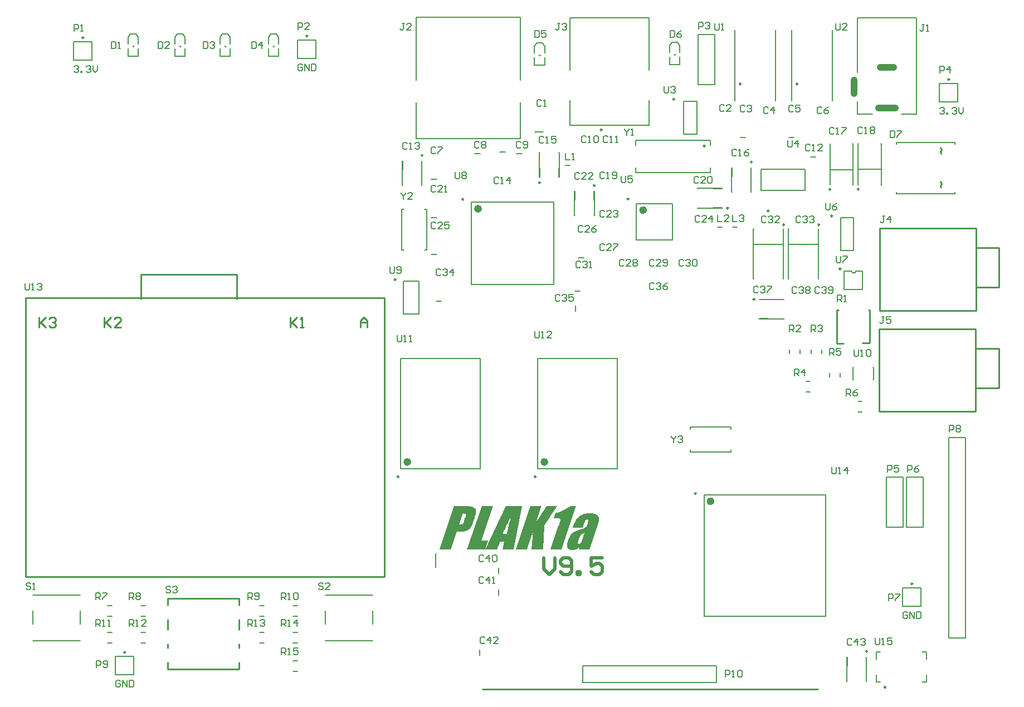
<source format=gto>
G04 Layer_Color=65535*
%FSLAX44Y44*%
%MOMM*%
G71*
G01*
G75*
%ADD45C,0.2540*%
%ADD46C,0.2000*%
%ADD47C,0.1000*%
%ADD48C,1.0000*%
%ADD108C,0.2500*%
%ADD109C,0.6000*%
%ADD110C,0.2032*%
%ADD111C,0.5080*%
G36*
X756839Y208014D02*
X755351Y172000D01*
X737691D01*
X740271Y200176D01*
X730746Y172000D01*
X713682D01*
X736004Y237778D01*
X753069D01*
X744338Y212181D01*
X760807Y237778D01*
X776781D01*
X756839Y208014D01*
D02*
G37*
G36*
X828074Y226765D02*
X828867Y226666D01*
X830653Y226468D01*
X832538Y226170D01*
X834423Y225575D01*
X836209Y224880D01*
X836904Y224384D01*
X837598Y223888D01*
X837697Y223789D01*
X838094Y223392D01*
X838590Y222698D01*
X839185Y221904D01*
X839681Y220812D01*
X840078Y219622D01*
X840376Y218233D01*
X840277Y216646D01*
Y216447D01*
X840178Y216150D01*
X840078Y215753D01*
X839979Y215257D01*
X839880Y214562D01*
X839681Y213768D01*
X839384Y212875D01*
X839086Y211685D01*
X838789Y210494D01*
X838292Y209006D01*
X837896Y207419D01*
X837300Y205633D01*
X836606Y203550D01*
X835911Y201367D01*
X835118Y198986D01*
X825990Y172000D01*
X810017D01*
X811604Y176762D01*
X811505Y176663D01*
X811207Y176266D01*
X810711Y175770D01*
X810017Y175175D01*
X809223Y174480D01*
X808330Y173687D01*
X807338Y172992D01*
X806247Y172397D01*
X806148Y172298D01*
X805751Y172198D01*
X805155Y172000D01*
X804362Y171702D01*
X803469Y171405D01*
X802377Y171206D01*
X801286Y171107D01*
X799996Y171008D01*
X799302D01*
X798508Y171107D01*
X797516Y171306D01*
X796425Y171603D01*
X795234Y172000D01*
X794044Y172595D01*
X792952Y173389D01*
X792853Y173488D01*
X792555Y173885D01*
X792258Y174580D01*
X791960Y175572D01*
X791762Y176266D01*
Y177060D01*
Y177854D01*
Y178846D01*
X791960Y179937D01*
X792159Y181227D01*
X792456Y182516D01*
X792952Y184005D01*
X794441Y188370D01*
Y188469D01*
X794540Y188668D01*
X794639Y188965D01*
X794837Y189362D01*
X795234Y190354D01*
X795829Y191644D01*
X796524Y193033D01*
X797318Y194422D01*
X798211Y195613D01*
X799103Y196605D01*
X799203Y196704D01*
X799699Y197001D01*
X800393Y197498D01*
X800889Y197795D01*
X801485Y198093D01*
X802278Y198490D01*
X803072Y198887D01*
X803965Y199283D01*
X805056Y199779D01*
X806148Y200176D01*
X807437Y200672D01*
X808826Y201268D01*
X810414Y201764D01*
X810513D01*
X810811Y201863D01*
X811307Y202061D01*
X811902Y202260D01*
X812596Y202557D01*
X813390Y202855D01*
X815077Y203450D01*
X816863Y204244D01*
X818450Y204939D01*
X819144Y205236D01*
X819740Y205534D01*
X820137Y205831D01*
X820434Y206030D01*
Y206129D01*
X820633Y206228D01*
X820831Y206526D01*
X821129Y207022D01*
X821426Y207617D01*
X821823Y208411D01*
X822220Y209304D01*
X822617Y210494D01*
Y210594D01*
X822716Y210693D01*
X822815Y211189D01*
X823014Y211883D01*
X823311Y212776D01*
X823510Y213768D01*
X823708Y214661D01*
X823807Y215455D01*
Y216050D01*
Y216150D01*
X823708Y216249D01*
X823510Y216745D01*
X823014Y217142D01*
X822617Y217241D01*
X822121Y217340D01*
X821823D01*
X821228Y217241D01*
X820335Y216844D01*
X819938Y216646D01*
X819641Y216249D01*
Y216150D01*
X819541Y216050D01*
X819343Y215653D01*
X819045Y215157D01*
X818748Y214364D01*
X818351Y213372D01*
X817855Y212181D01*
X817359Y210594D01*
X815474Y205038D01*
X800096D01*
X801286Y208609D01*
Y208709D01*
X801385Y208907D01*
X801485Y209205D01*
X801683Y209601D01*
X802080Y210792D01*
X802675Y212181D01*
X803370Y213669D01*
X804163Y215356D01*
X805056Y216844D01*
X805949Y218233D01*
X806048Y218431D01*
X806445Y218828D01*
X807040Y219424D01*
X807933Y220217D01*
X809025Y221209D01*
X810414Y222201D01*
X812001Y223194D01*
X813787Y224186D01*
X813886D01*
X813985Y224285D01*
X814283Y224483D01*
X814680Y224583D01*
X815176Y224781D01*
X815870Y225079D01*
X817259Y225575D01*
X819144Y225972D01*
X821228Y226468D01*
X823510Y226765D01*
X826089Y226864D01*
X827478D01*
X828074Y226765D01*
D02*
G37*
G36*
X783230Y172000D02*
X766760D01*
X778666Y207220D01*
Y207320D01*
X778765Y207518D01*
X778963Y207915D01*
X779063Y208411D01*
X779559Y209701D01*
X780055Y211288D01*
X780551Y212875D01*
X780948Y214364D01*
X781146Y215058D01*
X781345Y215554D01*
X781444Y216050D01*
Y216447D01*
Y216546D01*
Y216745D01*
X781345Y217340D01*
X781245Y217737D01*
X781047Y218134D01*
X780749Y218531D01*
X780253Y218828D01*
X780154D01*
X779956Y218927D01*
X779559Y219126D01*
X778864Y219225D01*
X777971Y219424D01*
X776682Y219523D01*
X775094Y219622D01*
X771622D01*
X774201Y227162D01*
X774300D01*
X774797Y227261D01*
X775392Y227460D01*
X776285Y227658D01*
X777376Y228055D01*
X778666Y228452D01*
X780154Y228849D01*
X781642Y229444D01*
X783329Y230138D01*
X785115Y230932D01*
X786900Y231726D01*
X788686Y232718D01*
X790472Y233809D01*
X792357Y235000D01*
X794143Y236290D01*
X795829Y237778D01*
X805552D01*
X783230Y172000D01*
D02*
G37*
G36*
X710805D02*
X693343D01*
X696419Y183806D01*
X690168D01*
X685208Y172000D01*
X667548D01*
X698601Y237778D01*
X723305D01*
X710805Y172000D01*
D02*
G37*
G36*
X661298Y185195D02*
X671814D01*
X667349Y172000D01*
X639768D01*
X662091Y237778D01*
X679156D01*
X661298Y185195D01*
D02*
G37*
G36*
X639967Y237679D02*
X641455D01*
X643142Y237480D01*
X644828Y237282D01*
X646515Y236984D01*
X647904Y236587D01*
X648102D01*
X648499Y236389D01*
X649094Y236091D01*
X649789Y235794D01*
X651376Y234802D01*
X652071Y234107D01*
X652567Y233412D01*
X652666Y233313D01*
X652765Y233016D01*
X652964Y232619D01*
X653162Y232024D01*
X653261Y231329D01*
X653361Y230535D01*
X653460Y229543D01*
X653361Y228452D01*
Y228353D01*
X653261Y227857D01*
X653162Y227162D01*
X652964Y226170D01*
X652666Y224880D01*
X652269Y223392D01*
X651674Y221507D01*
X650979Y219324D01*
X648995Y213570D01*
Y213471D01*
X648896Y213272D01*
X648797Y212975D01*
X648598Y212578D01*
X648202Y211486D01*
X647705Y210098D01*
X647011Y208609D01*
X646217Y207121D01*
X645424Y205633D01*
X644531Y204443D01*
X644431Y204343D01*
X644134Y203946D01*
X643638Y203450D01*
X642943Y202855D01*
X642050Y202061D01*
X640959Y201367D01*
X639669Y200672D01*
X638280Y199978D01*
X638082Y199879D01*
X637586Y199779D01*
X636693Y199482D01*
X635602Y199283D01*
X634212Y198986D01*
X632526Y198688D01*
X630740Y198589D01*
X628657Y198490D01*
X623994D01*
X615065Y172000D01*
X598000D01*
X620323Y237778D01*
X639272D01*
X639967Y237679D01*
D02*
G37*
%LPC*%
G36*
X818152Y197597D02*
X818053D01*
X817954Y197498D01*
X817359Y197101D01*
X816565Y196605D01*
X815474Y195910D01*
X814482Y195117D01*
X813390Y194323D01*
X812497Y193529D01*
X811902Y192735D01*
X811803Y192636D01*
X811703Y192339D01*
X811406Y191942D01*
X811108Y191247D01*
X810711Y190453D01*
X810314Y189561D01*
X809818Y188370D01*
X809322Y187080D01*
X809223Y186882D01*
X809124Y186386D01*
X808926Y185691D01*
X808628Y184898D01*
X808429Y183906D01*
X808231Y183112D01*
X808033Y182318D01*
Y181723D01*
X808132Y181524D01*
X808330Y181128D01*
X808529Y180929D01*
X808826Y180731D01*
X809322Y180632D01*
X809818Y180532D01*
X810116D01*
X810711Y180632D01*
X811505Y180929D01*
X812200Y181425D01*
Y181524D01*
X812398Y181624D01*
X812497Y181921D01*
X812795Y182417D01*
X813092Y183112D01*
X813489Y184005D01*
X813886Y185096D01*
X814382Y186485D01*
X818152Y197597D01*
D02*
G37*
G36*
X706638Y223094D02*
X706601Y222959D01*
X706538Y222896D01*
X706439Y222598D01*
X706241Y222301D01*
X705745Y221309D01*
X705149Y220019D01*
X704455Y218431D01*
X703661Y216646D01*
X702669Y214661D01*
X701677Y212578D01*
X700685Y210296D01*
X699594Y208014D01*
X697510Y203450D01*
X696518Y201268D01*
X695625Y199184D01*
X694831Y197200D01*
X694038Y195513D01*
X699891D01*
Y195613D01*
X699990Y196009D01*
X700189Y196605D01*
X700387Y197498D01*
X700586Y198589D01*
X700883Y199879D01*
X701280Y201367D01*
X701677Y203153D01*
X702173Y205038D01*
X702669Y207121D01*
X703165Y209403D01*
X703760Y211883D01*
X704455Y214463D01*
X705149Y217142D01*
X705844Y220118D01*
X706601Y222959D01*
X706638Y222995D01*
Y223094D01*
D02*
G37*
G36*
X634709Y226567D02*
X633518D01*
X627863Y209701D01*
X629549D01*
X629946Y209800D01*
X630542D01*
X631732Y210197D01*
X632327Y210395D01*
X632824Y210792D01*
X632923Y210891D01*
X633022Y210991D01*
X633320Y211387D01*
X633717Y211883D01*
X634113Y212479D01*
X634510Y213372D01*
X634907Y214364D01*
X635403Y215653D01*
X637288Y221110D01*
Y221309D01*
X637486Y221705D01*
X637586Y222201D01*
X637784Y222896D01*
X637883Y223690D01*
Y224384D01*
Y224979D01*
X637685Y225476D01*
Y225575D01*
X637486Y225674D01*
X637288Y225872D01*
X636891Y226071D01*
X636395Y226269D01*
X635602Y226368D01*
X634709Y226567D01*
D02*
G37*
%LPD*%
D45*
X1240790Y485540D02*
X1251820D01*
X1201820Y485140D02*
X1212180D01*
X1249680Y535540D02*
X1251820D01*
X1201820D02*
X1203960D01*
X1251820Y485540D02*
Y535540D01*
X1201820Y485140D02*
Y535540D01*
X293120Y-9960D02*
Y40D01*
Y22040D02*
Y28040D01*
Y50040D02*
Y65040D01*
Y87040D02*
Y97040D01*
X185121Y-9960D02*
Y40D01*
Y22040D02*
Y28040D01*
Y50040D02*
Y65040D01*
Y87040D02*
Y97040D01*
Y-9960D02*
X293120D01*
X185121Y97040D02*
X293120D01*
X1266198Y381456D02*
Y507160D01*
X1412678D01*
Y477470D02*
Y507160D01*
Y477470D02*
X1447678D01*
Y417470D02*
Y477470D01*
X1412678Y417470D02*
X1447678D01*
X1412678D02*
Y485470D01*
Y381456D02*
Y485470D01*
X1266198Y381456D02*
X1412678D01*
X1266548Y535042D02*
Y660504D01*
X1413028D01*
Y630814D02*
Y660504D01*
Y630814D02*
X1448028D01*
Y570814D02*
Y630814D01*
X1413028Y570814D02*
X1448028D01*
X1413028D02*
Y638814D01*
Y535042D02*
Y638814D01*
X1266548Y535042D02*
X1413028D01*
X662800Y-40940D02*
X1172800D01*
X513850Y130310D02*
Y554228D01*
X-31170D02*
X513850D01*
X143830Y552390D02*
Y590290D01*
X196080D02*
X236580D01*
X289830Y552390D02*
Y590290D01*
X-31170Y130290D02*
Y554228D01*
Y130310D02*
X513850D01*
X143830Y590290D02*
X196080D01*
X236580D02*
X289830D01*
X1358679Y731358D02*
X1360856Y727730D01*
X1358679Y724828D01*
X1360130Y721926D01*
X1358679Y783428D02*
X1360856Y779800D01*
X1358679Y776898D01*
X1360130Y773996D01*
X478080Y509270D02*
Y519427D01*
X483158Y524505D01*
X488237Y519427D01*
Y509270D01*
Y516888D01*
X478080D01*
X371400Y524505D02*
Y509270D01*
Y514348D01*
X381557Y524505D01*
X373939Y516888D01*
X381557Y509270D01*
X386635D02*
X391713D01*
X389174D01*
Y524505D01*
X386635Y521966D01*
X88190Y524505D02*
Y509270D01*
Y514348D01*
X98347Y524505D01*
X90729Y516888D01*
X98347Y509270D01*
X113582D02*
X103425D01*
X113582Y519427D01*
Y521966D01*
X111043Y524505D01*
X105964D01*
X103425Y521966D01*
X-10870Y524505D02*
Y509270D01*
Y514348D01*
X-713Y524505D01*
X-8331Y516888D01*
X-713Y509270D01*
X4365Y521966D02*
X6904Y524505D01*
X11983D01*
X14522Y521966D01*
Y519427D01*
X11983Y516888D01*
X9443D01*
X11983D01*
X14522Y514348D01*
Y511809D01*
X11983Y509270D01*
X6904D01*
X4365Y511809D01*
D46*
X1224406Y595024D02*
G03*
X1230406Y595024I3000J0D01*
G01*
X1301720Y85060D02*
Y113060D01*
X1301720Y85060D02*
X1329720D01*
Y113060D01*
X1301720Y113060D02*
X1329720D01*
X1357600Y852140D02*
Y880140D01*
X1357600Y852140D02*
X1385600D01*
Y880140D01*
X1357600Y880140D02*
X1385600D01*
X382240Y918180D02*
Y946180D01*
X382240Y918180D02*
X410240D01*
Y946180D01*
X382240Y946180D02*
X410240D01*
X41880Y915640D02*
Y943640D01*
X41880Y915640D02*
X69880D01*
Y943640D01*
X41880Y943640D02*
X69880D01*
X538940Y294960D02*
X659940D01*
X538940Y461960D02*
X659940D01*
X538940Y294960D02*
Y461960D01*
X659940Y294960D02*
Y461960D01*
X804400Y534480D02*
Y542480D01*
X658800Y11080D02*
Y19080D01*
X687720Y135540D02*
Y143540D01*
Y102520D02*
Y110520D01*
X1268660Y726180D02*
X1269160D01*
X1234160D02*
X1234660D01*
X1234160Y749680D02*
X1269160D01*
X1268660Y789180D02*
X1269160D01*
X1234160D02*
X1234660D01*
X1234160Y726180D02*
Y789180D01*
X1269160Y726180D02*
Y789180D01*
X803720Y564660D02*
X811720D01*
X742800Y806500D02*
X755800D01*
X646320Y574880D02*
X771320D01*
X646320Y699880D02*
X771320D01*
Y574880D02*
Y699880D01*
X646320Y574880D02*
Y699880D01*
X1127978Y636134D02*
X1173978D01*
X1173478Y659134D02*
X1173978D01*
X1127978D02*
X1128478D01*
X1173978Y583134D02*
Y659134D01*
X1127978Y583134D02*
Y659134D01*
Y583134D02*
X1128478D01*
X1173478D02*
X1173978D01*
X1074638Y636134D02*
X1120638D01*
X1120138Y659134D02*
X1120638D01*
X1074638D02*
X1075138D01*
X1120638Y583134D02*
Y659134D01*
X1074638Y583134D02*
Y659134D01*
Y583134D02*
X1075138D01*
X1120138D02*
X1120638D01*
X689580Y776300D02*
X697580D01*
X979020Y354940D02*
Y357940D01*
X1041020Y354940D02*
Y357940D01*
X979020Y319940D02*
Y322940D01*
X1041020Y319940D02*
Y322940D01*
X979020Y357940D02*
X1041020D01*
X979020Y319940D02*
X1041020D01*
X999700Y70060D02*
X1184700D01*
X999700Y255060D02*
X1184700D01*
Y70060D02*
Y255060D01*
X999700Y70060D02*
Y255060D01*
X585440Y734680D02*
X593440D01*
X1277340Y281460D02*
X1302740D01*
Y205260D02*
Y281460D01*
X1277340Y205260D02*
X1302740D01*
X1277340D02*
Y281460D01*
X1397268Y37324D02*
Y323074D01*
Y342124D01*
X1371868D02*
X1397268D01*
X1371868Y37324D02*
Y342124D01*
Y37324D02*
X1397268D01*
X-20160Y102710D02*
X52230D01*
X-20160Y32860D02*
X52230D01*
X-20160Y58260D02*
Y78580D01*
X52230Y58260D02*
Y78580D01*
X1331575Y-30074D02*
X1338324D01*
Y-18824D01*
Y4676D02*
Y15926D01*
X1331575D02*
X1338324D01*
X1261325D02*
X1268074D01*
X1261325Y4676D02*
Y15926D01*
Y-30074D02*
Y-18824D01*
Y-30074D02*
X1268074D01*
X1207298Y626534D02*
Y676534D01*
X1227298Y626534D02*
Y676534D01*
X1207298D02*
X1227298D01*
X1207298Y626534D02*
X1227298D01*
X1240490Y567211D02*
Y595202D01*
X1212499Y567211D02*
Y595202D01*
Y567211D02*
X1240490D01*
X1230406Y595202D02*
X1240490D01*
X1212499D02*
X1224310D01*
X868220Y294960D02*
Y461959D01*
X747220Y294960D02*
Y461959D01*
X868220D01*
X747220Y294960D02*
X868220D01*
X1307820Y205260D02*
Y281460D01*
Y205260D02*
X1333220D01*
Y281460D01*
X1307820D02*
X1333220D01*
X963201Y908900D02*
Y920900D01*
X947200Y908900D02*
Y920900D01*
Y908900D02*
X963201D01*
X951200Y942900D02*
X959200D01*
X963201Y927900D02*
Y937900D01*
X947200D02*
X951200Y942900D01*
X959200D02*
X963201Y937900D01*
X947200Y927900D02*
Y937900D01*
X1155240Y411100D02*
X1161240D01*
X1155240Y427100D02*
X1161240D01*
X1233980Y380620D02*
X1239980D01*
X1233980Y396620D02*
X1239980D01*
X1145920Y469440D02*
Y475440D01*
X1129920Y469440D02*
Y475440D01*
X1178940Y469440D02*
Y475440D01*
X1162940Y469440D02*
Y475440D01*
X1226560Y448420D02*
X1227060D01*
X1226560Y430420D02*
X1227060D01*
X1257060Y448420D02*
X1257560D01*
X1257060Y430420D02*
X1257560D01*
Y448420D01*
X1226560Y430420D02*
Y448420D01*
X1206880Y433880D02*
Y439880D01*
X1190880Y433880D02*
Y439880D01*
X1084218Y551814D02*
X1097718D01*
X1121218D02*
Y552314D01*
X1084218Y522814D02*
X1097718D01*
X1121218Y522314D02*
Y522814D01*
X1084218Y552314D02*
X1121218D01*
X1084218Y522314D02*
X1121218D01*
X592900Y549420D02*
X600900D01*
X542840Y529800D02*
X566840D01*
X542840Y579800D02*
X566840D01*
Y529800D02*
Y579800D01*
X542840Y529800D02*
Y579800D01*
X741779Y927160D02*
Y937160D01*
X753780Y942160D02*
X757780Y937160D01*
X741779D02*
X745780Y942160D01*
X757780Y927160D02*
Y937160D01*
X745780Y942160D02*
X753780D01*
X741779Y908160D02*
X757780D01*
X741779D02*
Y920160D01*
X757780Y908160D02*
Y920160D01*
X714980Y773760D02*
X722980D01*
X585440Y620380D02*
X593440D01*
X585440Y676260D02*
X593440D01*
X651480Y773760D02*
X659480D01*
X808960Y615300D02*
X816960D01*
X750200Y738260D02*
Y751760D01*
X749700Y775260D02*
X750200D01*
X779200Y738260D02*
Y751760D01*
Y775260D02*
X779700D01*
X749700Y738260D02*
Y775260D01*
X779700Y738260D02*
Y775260D01*
X570760Y749220D02*
Y762720D01*
Y725720D02*
X571260D01*
X541760Y749220D02*
Y762720D01*
X541260Y725720D02*
X541760D01*
X571260D02*
Y762720D01*
X541260Y725720D02*
Y762720D01*
X832540Y703340D02*
Y716840D01*
Y679840D02*
X833040D01*
X803540Y703340D02*
Y716840D01*
X803040Y679840D02*
X803540D01*
X833040D02*
Y716840D01*
X803040Y679840D02*
Y716840D01*
X789640Y756020D02*
X795640D01*
X375620Y70581D02*
X381620D01*
X375620Y86580D02*
X381620D01*
X144480Y29940D02*
X150480D01*
X144480Y45940D02*
X150480D01*
X93680Y29940D02*
X99680D01*
X93680Y45940D02*
X99680D01*
X324820Y86580D02*
X330820D01*
X324820Y70580D02*
X330820D01*
X144480Y70581D02*
X150480D01*
X144480Y86580D02*
X150480D01*
X375620Y29941D02*
X381620D01*
X375620Y45940D02*
X381620D01*
X93680Y86580D02*
X99680D01*
X93680Y70580D02*
X99680D01*
X375620Y-13240D02*
X381620D01*
X375620Y2761D02*
X381620D01*
X324820Y29941D02*
X330820D01*
X324820Y45940D02*
X330820D01*
X969200Y803680D02*
X989200D01*
X969200Y853680D02*
X989200D01*
Y803680D02*
Y853680D01*
X969200Y803680D02*
Y853680D01*
X895660Y744960D02*
X1009660D01*
X895660D02*
Y752460D01*
X1009660Y786460D02*
Y793960D01*
X895660D02*
X1009660D01*
X895660Y786460D02*
Y793960D01*
X1009660Y744960D02*
Y752460D01*
X897220Y642900D02*
Y697900D01*
X952220Y642900D02*
Y697900D01*
X897220D02*
X952220D01*
X897220Y642900D02*
X952220D01*
X1013540Y691460D02*
X1027040D01*
X990040Y690960D02*
Y691460D01*
X1013540Y720460D02*
X1027040D01*
X990040D02*
Y720960D01*
Y690960D02*
X1027040D01*
X990040Y720960D02*
X1027040D01*
X1043640Y662040D02*
X1049640D01*
X1020780D02*
X1026780D01*
X1071140Y739060D02*
Y752560D01*
Y715560D02*
X1071640D01*
X1042140Y739060D02*
Y752560D01*
X1041640Y715560D02*
X1042140D01*
X1071640D02*
Y752560D01*
X1041640Y715560D02*
Y752560D01*
X1226140Y726020D02*
Y789020D01*
X1191140Y726020D02*
Y789020D01*
X1191640D01*
X1225640D02*
X1226140D01*
X1191140Y749520D02*
X1226140D01*
X1191140Y726020D02*
X1191640D01*
X1225640D02*
X1226140D01*
X990760Y878680D02*
X1016160D01*
X990760D02*
Y954880D01*
X1016160D01*
Y878680D02*
Y954880D01*
X1246399Y-5160D02*
Y8340D01*
Y-28660D02*
X1246900D01*
X1217400Y-5160D02*
Y8340D01*
X1216899Y-28660D02*
X1217400D01*
X1246900D02*
Y8340D01*
X1216899Y-28660D02*
Y8340D01*
X496730Y58260D02*
Y78580D01*
X424340Y58260D02*
Y78580D01*
Y32860D02*
X496730D01*
X424340Y102710D02*
X496730D01*
X540380Y627320D02*
X543380D01*
X540380Y689320D02*
X543380D01*
X575380Y627320D02*
X578380D01*
X575380Y689320D02*
X578380D01*
X540380Y627320D02*
Y689320D01*
X578380Y627320D02*
Y689320D01*
X591980Y144620D02*
Y166210D01*
X815500Y-5240D02*
X1018700D01*
X815500Y-30640D02*
Y-5240D01*
Y-30640D02*
X1018700D01*
Y-5240D01*
X1086640Y750310D02*
X1153640D01*
X1086640Y717810D02*
X1153640D01*
X1086640D02*
Y750310D01*
X1153640Y717810D02*
Y750310D01*
X1055180Y798340D02*
X1063180D01*
X1128840D02*
X1136840D01*
X562262Y885760D02*
Y980788D01*
Y796892D02*
Y851280D01*
Y796892D02*
X720758D01*
Y851280D01*
Y885760D02*
Y980788D01*
X562262D02*
X720758D01*
X795780Y816640D02*
Y854840D01*
Y816640D02*
X916180D01*
Y854840D01*
Y900840D02*
Y980640D01*
X795780D02*
X916180D01*
X795780Y900840D02*
Y980640D01*
X124240Y940600D02*
Y950600D01*
X136240Y955600D02*
X140240Y950600D01*
X124240D02*
X128240Y955600D01*
X140240Y940600D02*
Y950600D01*
X128240Y955600D02*
X136240D01*
X124240Y921600D02*
X140240D01*
X124240D02*
Y933600D01*
X140240Y921600D02*
Y933600D01*
X353600Y921600D02*
Y933600D01*
X337600Y921600D02*
Y933600D01*
Y921600D02*
X353600D01*
X341600Y955600D02*
X349600D01*
X353600Y940600D02*
Y950600D01*
X337600D02*
X341600Y955600D01*
X349600D02*
X353600Y950600D01*
X337600Y940600D02*
Y950600D01*
X279940Y921600D02*
Y933600D01*
X263940Y921600D02*
Y933600D01*
Y921600D02*
X279940D01*
X267940Y955600D02*
X275940D01*
X279940Y940600D02*
Y950600D01*
X263940D02*
X267940Y955600D01*
X275940D02*
X279940Y950600D01*
X263940Y940600D02*
Y950600D01*
X211360Y921600D02*
Y933600D01*
X195360Y921600D02*
Y933600D01*
Y921600D02*
X211360D01*
X199360Y955600D02*
X207360D01*
X211360Y940600D02*
Y950600D01*
X195360D02*
X199360Y955600D01*
X207360D02*
X211360Y950600D01*
X195360Y940600D02*
Y950600D01*
X1133130Y854450D02*
Y961450D01*
X1194830Y854450D02*
Y961450D01*
X1108470Y854450D02*
Y961450D01*
X1046770Y854450D02*
Y961450D01*
X1299780Y834280D02*
X1322780D01*
Y980281D01*
X1232780D02*
X1322780D01*
X1232780Y834280D02*
X1255780D01*
X1232780D02*
Y853280D01*
Y897280D02*
Y980281D01*
X1018700Y-30640D02*
Y-5240D01*
X815500Y-30640D02*
X1018700D01*
X815500D02*
Y-5240D01*
X1018700D01*
X1161860Y768840D02*
X1169860D01*
X105380Y8920D02*
X133380D01*
X133380Y-19080D02*
Y8920D01*
X105380Y-19080D02*
X133380D01*
X105380Y-19080D02*
Y8920D01*
D47*
X1257810Y452420D02*
G03*
X1257810Y452420I-500J0D01*
G01*
X76900Y106520D02*
X80900D01*
X78900Y104520D02*
Y108520D01*
X953200Y924400D02*
X957200D01*
X955200Y922400D02*
Y926400D01*
X749780Y921660D02*
Y925660D01*
X747780Y923660D02*
X751780D01*
X132240Y935100D02*
Y939100D01*
X130240Y937100D02*
X134240D01*
X343600D02*
X347600D01*
X345600Y935100D02*
Y939100D01*
X269940Y937100D02*
X273940D01*
X271940Y935100D02*
Y939100D01*
X201360Y937100D02*
X205360D01*
X203360Y935100D02*
Y939100D01*
D48*
X1265280Y843280D02*
X1290280D01*
X1227780Y865281D02*
Y885280D01*
X1267780Y905280D02*
X1287780D01*
D108*
X1316970Y119560D02*
G03*
X1316970Y119560I-1250J0D01*
G01*
X1372850Y886640D02*
G03*
X1372850Y886640I-1250J0D01*
G01*
X397490Y952680D02*
G03*
X397490Y952680I-1250J0D01*
G01*
X57130Y950140D02*
G03*
X57130Y950140I-1250J0D01*
G01*
X536190Y282460D02*
G03*
X536190Y282460I-1250J0D01*
G01*
X1235410Y719680D02*
G03*
X1235410Y719680I-1250J0D01*
G01*
X634570Y704380D02*
G03*
X634570Y704380I-1250J0D01*
G01*
X1175228Y665634D02*
G03*
X1175228Y665634I-1250J0D01*
G01*
X1121888D02*
G03*
X1121888Y665634I-1250J0D01*
G01*
X987950Y257060D02*
G03*
X987950Y257060I-1250J0D01*
G01*
X1276074Y-37574D02*
G03*
X1276074Y-37574I-1250J0D01*
G01*
X1195048Y679084D02*
G03*
X1195048Y679084I-1250J0D01*
G01*
X1207831Y598689D02*
G03*
X1207831Y598689I-1250J0D01*
G01*
X744470Y282460D02*
G03*
X744470Y282460I-1250J0D01*
G01*
X1076968Y552314D02*
G03*
X1076968Y552314I-1250J0D01*
G01*
X531590Y582350D02*
G03*
X531590Y582350I-1250J0D01*
G01*
X750950Y729760D02*
G03*
X750950Y729760I-1250J0D01*
G01*
X572510Y771220D02*
G03*
X572510Y771220I-1250J0D01*
G01*
X834290Y725340D02*
G03*
X834290Y725340I-1250J0D01*
G01*
X954950Y856730D02*
G03*
X954950Y856730I-1250J0D01*
G01*
X1001410Y785460D02*
G03*
X1001410Y785460I-1250J0D01*
G01*
X885470Y704900D02*
G03*
X885470Y704900I-1250J0D01*
G01*
X1036790Y690960D02*
G03*
X1036790Y690960I-1250J0D01*
G01*
X1072890Y761060D02*
G03*
X1072890Y761060I-1250J0D01*
G01*
X1192390Y719520D02*
G03*
X1192390Y719520I-1250J0D01*
G01*
X1248150Y16840D02*
G03*
X1248150Y16840I-1250J0D01*
G01*
X1098390Y686810D02*
G03*
X1098390Y686810I-1250J0D01*
G01*
X844730Y810140D02*
G03*
X844730Y810140I-1250J0D01*
G01*
X1142380Y879950D02*
G03*
X1142380Y879950I-1250J0D01*
G01*
X1056020D02*
G03*
X1056020Y879950I-1250J0D01*
G01*
X120630Y15420D02*
G03*
X120630Y15420I-1250J0D01*
G01*
D109*
X551940Y304960D02*
G03*
X551940Y304960I-3000J0D01*
G01*
X659320Y689880D02*
G03*
X659320Y689880I-3000J0D01*
G01*
X1012700Y245060D02*
G03*
X1012700Y245060I-3000J0D01*
G01*
X760220Y304960D02*
G03*
X760220Y304960I-3000J0D01*
G01*
X910220Y687900D02*
G03*
X910220Y687900I-3000J0D01*
G01*
D110*
X1292460Y788000D02*
Y790540D01*
X1381360D01*
Y788000D02*
Y790540D01*
Y713070D02*
Y715610D01*
X1292206Y713070D02*
X1381360D01*
X1292206D02*
Y715610D01*
X113103Y-28780D02*
X111410Y-27087D01*
X108025D01*
X106332Y-28780D01*
Y-35551D01*
X108025Y-37244D01*
X111410D01*
X113103Y-35551D01*
Y-32166D01*
X109718D01*
X116489Y-37244D02*
Y-27087D01*
X123260Y-37244D01*
Y-27087D01*
X126645D02*
Y-37244D01*
X131724D01*
X133417Y-35551D01*
Y-28780D01*
X131724Y-27087D01*
X126645D01*
X76000Y-7460D02*
Y2697D01*
X81078D01*
X82771Y1004D01*
Y-2382D01*
X81078Y-4074D01*
X76000D01*
X86157Y-5767D02*
X87850Y-7460D01*
X91235D01*
X92928Y-5767D01*
Y1004D01*
X91235Y2697D01*
X87850D01*
X86157Y1004D01*
Y-689D01*
X87850Y-2382D01*
X92928D01*
X42832Y905940D02*
X44525Y907633D01*
X47910D01*
X49603Y905940D01*
Y904247D01*
X47910Y902554D01*
X46218D01*
X47910D01*
X49603Y900862D01*
Y899169D01*
X47910Y897476D01*
X44525D01*
X42832Y899169D01*
X52989Y897476D02*
Y899169D01*
X54682D01*
Y897476D01*
X52989D01*
X61453Y905940D02*
X63145Y907633D01*
X66531D01*
X68224Y905940D01*
Y904247D01*
X66531Y902554D01*
X64838D01*
X66531D01*
X68224Y900862D01*
Y899169D01*
X66531Y897476D01*
X63145D01*
X61453Y899169D01*
X71609Y907633D02*
Y900862D01*
X74995Y897476D01*
X78380Y900862D01*
Y907633D01*
X42832Y959706D02*
Y969863D01*
X47910D01*
X49603Y968170D01*
Y964784D01*
X47910Y963092D01*
X42832D01*
X52989Y959706D02*
X56374D01*
X54682D01*
Y969863D01*
X52989Y968170D01*
X1309443Y75360D02*
X1307750Y77053D01*
X1304365D01*
X1302672Y75360D01*
Y68589D01*
X1304365Y66896D01*
X1307750D01*
X1309443Y68589D01*
Y71974D01*
X1306058D01*
X1312829Y66896D02*
Y77053D01*
X1319600Y66896D01*
Y77053D01*
X1322985D02*
Y66896D01*
X1328064D01*
X1329757Y68589D01*
Y75360D01*
X1328064Y77053D01*
X1322985D01*
X1280000Y94000D02*
Y104157D01*
X1285078D01*
X1286771Y102464D01*
Y99078D01*
X1285078Y97386D01*
X1280000D01*
X1290157Y104157D02*
X1296928D01*
Y102464D01*
X1290157Y95693D01*
Y94000D01*
X1358552Y842440D02*
X1360245Y844133D01*
X1363630D01*
X1365323Y842440D01*
Y840747D01*
X1363630Y839054D01*
X1361938D01*
X1363630D01*
X1365323Y837362D01*
Y835669D01*
X1363630Y833976D01*
X1360245D01*
X1358552Y835669D01*
X1368709Y833976D02*
Y835669D01*
X1370401D01*
Y833976D01*
X1368709D01*
X1377173Y842440D02*
X1378865Y844133D01*
X1382251D01*
X1383944Y842440D01*
Y840747D01*
X1382251Y839054D01*
X1380558D01*
X1382251D01*
X1383944Y837362D01*
Y835669D01*
X1382251Y833976D01*
X1378865D01*
X1377173Y835669D01*
X1387329Y844133D02*
Y837362D01*
X1390715Y833976D01*
X1394100Y837362D01*
Y844133D01*
X1358552Y896206D02*
Y906363D01*
X1363630D01*
X1365323Y904670D01*
Y901284D01*
X1363630Y899592D01*
X1358552D01*
X1373787Y896206D02*
Y906363D01*
X1368709Y901284D01*
X1375480D01*
X389963Y908480D02*
X388270Y910173D01*
X384885D01*
X383192Y908480D01*
Y901709D01*
X384885Y900016D01*
X388270D01*
X389963Y901709D01*
Y905094D01*
X386578D01*
X393349Y900016D02*
Y910173D01*
X400120Y900016D01*
Y910173D01*
X403505D02*
Y900016D01*
X408584D01*
X410277Y901709D01*
Y908480D01*
X408584Y910173D01*
X403505D01*
X383192Y962246D02*
Y972403D01*
X388270D01*
X389963Y970710D01*
Y967324D01*
X388270Y965632D01*
X383192D01*
X400120Y962246D02*
X393349D01*
X400120Y969017D01*
Y970710D01*
X398427Y972403D01*
X395042D01*
X393349Y970710D01*
X664537Y128192D02*
X662844Y129885D01*
X659459D01*
X657766Y128192D01*
Y121421D01*
X659459Y119728D01*
X662844D01*
X664537Y121421D01*
X673001Y119728D02*
Y129885D01*
X667923Y124806D01*
X674694D01*
X678079Y119728D02*
X681465D01*
X679772D01*
Y129885D01*
X678079Y128192D01*
X664537Y161212D02*
X662844Y162905D01*
X659459D01*
X657766Y161212D01*
Y154441D01*
X659459Y152748D01*
X662844D01*
X664537Y154441D01*
X673001Y152748D02*
Y162905D01*
X667923Y157826D01*
X674694D01*
X678079Y161212D02*
X679772Y162905D01*
X683158D01*
X684851Y161212D01*
Y154441D01*
X683158Y152748D01*
X679772D01*
X678079Y154441D01*
Y161212D01*
X666569Y36752D02*
X664876Y38445D01*
X661491D01*
X659798Y36752D01*
Y29981D01*
X661491Y28288D01*
X664876D01*
X666569Y29981D01*
X675033Y28288D02*
Y38445D01*
X669955Y33366D01*
X676726D01*
X686883Y28288D02*
X680111D01*
X686883Y35059D01*
Y36752D01*
X685190Y38445D01*
X681804D01*
X680111Y36752D01*
X1240397Y812372D02*
X1238704Y814065D01*
X1235319D01*
X1233626Y812372D01*
Y805601D01*
X1235319Y803908D01*
X1238704D01*
X1240397Y805601D01*
X1243783Y803908D02*
X1247168D01*
X1245475D01*
Y814065D01*
X1243783Y812372D01*
X1252247D02*
X1253940Y814065D01*
X1257325D01*
X1259018Y812372D01*
Y810679D01*
X1257325Y808986D01*
X1259018Y807294D01*
Y805601D01*
X1257325Y803908D01*
X1253940D01*
X1252247Y805601D01*
Y807294D01*
X1253940Y808986D01*
X1252247Y810679D01*
Y812372D01*
X1253940Y808986D02*
X1257325D01*
X848687Y744142D02*
X846994Y745835D01*
X843609D01*
X841916Y744142D01*
Y737371D01*
X843609Y735678D01*
X846994D01*
X848687Y737371D01*
X852073Y735678D02*
X855458D01*
X853765D01*
Y745835D01*
X852073Y744142D01*
X860537Y737371D02*
X862229Y735678D01*
X865615D01*
X867308Y737371D01*
Y744142D01*
X865615Y745835D01*
X862229D01*
X860537Y744142D01*
Y742449D01*
X862229Y740756D01*
X867308D01*
X820747Y799514D02*
X819054Y801207D01*
X815669D01*
X813976Y799514D01*
Y792743D01*
X815669Y791050D01*
X819054D01*
X820747Y792743D01*
X824133Y791050D02*
X827518D01*
X825826D01*
Y801207D01*
X824133Y799514D01*
X832597D02*
X834289Y801207D01*
X837675D01*
X839368Y799514D01*
Y792743D01*
X837675Y791050D01*
X834289D01*
X832597Y792743D01*
Y799514D01*
X848687Y685722D02*
X846994Y687415D01*
X843609D01*
X841916Y685722D01*
Y678951D01*
X843609Y677258D01*
X846994D01*
X848687Y678951D01*
X858844Y677258D02*
X852073D01*
X858844Y684029D01*
Y685722D01*
X857151Y687415D01*
X853765D01*
X852073Y685722D01*
X862229D02*
X863922Y687415D01*
X867308D01*
X869001Y685722D01*
Y684029D01*
X867308Y682336D01*
X865615D01*
X867308D01*
X869001Y680644D01*
Y678951D01*
X867308Y677258D01*
X863922D01*
X862229Y678951D01*
X592147Y782242D02*
X590454Y783935D01*
X587069D01*
X585376Y782242D01*
Y775471D01*
X587069Y773778D01*
X590454D01*
X592147Y775471D01*
X595533Y783935D02*
X602304D01*
Y782242D01*
X595533Y775471D01*
Y773778D01*
X812071Y608624D02*
X810378Y610317D01*
X806993D01*
X805300Y608624D01*
Y601853D01*
X806993Y600160D01*
X810378D01*
X812071Y601853D01*
X815457Y608624D02*
X817150Y610317D01*
X820535D01*
X822228Y608624D01*
Y606931D01*
X820535Y605238D01*
X818842D01*
X820535D01*
X822228Y603546D01*
Y601853D01*
X820535Y600160D01*
X817150D01*
X815457Y601853D01*
X825613Y600160D02*
X828999D01*
X827306D01*
Y610317D01*
X825613Y608624D01*
X753151Y854624D02*
X751458Y856317D01*
X748073D01*
X746380Y854624D01*
Y847853D01*
X748073Y846160D01*
X751458D01*
X753151Y847853D01*
X756537Y846160D02*
X759922D01*
X758230D01*
Y856317D01*
X756537Y854624D01*
X1197377Y812212D02*
X1195684Y813905D01*
X1192299D01*
X1190606Y812212D01*
Y805441D01*
X1192299Y803748D01*
X1195684D01*
X1197377Y805441D01*
X1200763Y803748D02*
X1204148D01*
X1202456D01*
Y813905D01*
X1200763Y812212D01*
X1209227Y813905D02*
X1215998D01*
Y812212D01*
X1209227Y805441D01*
Y803748D01*
X1178707Y842918D02*
X1177014Y844610D01*
X1173629D01*
X1171936Y842918D01*
Y836146D01*
X1173629Y834454D01*
X1177014D01*
X1178707Y836146D01*
X1188864Y844610D02*
X1185478Y842918D01*
X1182093Y839532D01*
Y836146D01*
X1183785Y834454D01*
X1187171D01*
X1188864Y836146D01*
Y837839D01*
X1187171Y839532D01*
X1182093D01*
X1160771Y786464D02*
X1159078Y788157D01*
X1155693D01*
X1154000Y786464D01*
Y779693D01*
X1155693Y778000D01*
X1159078D01*
X1160771Y779693D01*
X1164157Y778000D02*
X1167542D01*
X1165850D01*
Y788157D01*
X1164157Y786464D01*
X1179392Y778000D02*
X1172621D01*
X1179392Y784771D01*
Y786464D01*
X1177699Y788157D01*
X1174314D01*
X1172621Y786464D01*
X1097607Y843036D02*
X1095914Y844728D01*
X1092529D01*
X1090836Y843036D01*
Y836264D01*
X1092529Y834572D01*
X1095914D01*
X1097607Y836264D01*
X1106071Y834572D02*
Y844728D01*
X1100993Y839650D01*
X1107764D01*
X1049347Y779194D02*
X1047654Y780887D01*
X1044269D01*
X1042576Y779194D01*
Y772423D01*
X1044269Y770730D01*
X1047654D01*
X1049347Y772423D01*
X1052733Y770730D02*
X1056118D01*
X1054426D01*
Y780887D01*
X1052733Y779194D01*
X1067968Y780887D02*
X1064582Y779194D01*
X1061197Y775808D01*
Y772423D01*
X1062889Y770730D01*
X1066275D01*
X1067968Y772423D01*
Y774116D01*
X1066275Y775808D01*
X1061197D01*
X969083Y610792D02*
X967390Y612485D01*
X964005D01*
X962312Y610792D01*
Y604021D01*
X964005Y602328D01*
X967390D01*
X969083Y604021D01*
X972469Y610792D02*
X974162Y612485D01*
X977547D01*
X979240Y610792D01*
Y609099D01*
X977547Y607406D01*
X975854D01*
X977547D01*
X979240Y605714D01*
Y604021D01*
X977547Y602328D01*
X974162D01*
X972469Y604021D01*
X982625Y610792D02*
X984318Y612485D01*
X987704D01*
X989397Y610792D01*
Y604021D01*
X987704Y602328D01*
X984318D01*
X982625Y604021D01*
Y610792D01*
X991435Y737538D02*
X989742Y739231D01*
X986357D01*
X984664Y737538D01*
Y730767D01*
X986357Y729074D01*
X989742D01*
X991435Y730767D01*
X1001592Y729074D02*
X994821D01*
X1001592Y735845D01*
Y737538D01*
X999899Y739231D01*
X996514D01*
X994821Y737538D01*
X1004977D02*
X1006670Y739231D01*
X1010056D01*
X1011749Y737538D01*
Y730767D01*
X1010056Y729074D01*
X1006670D01*
X1004977Y730767D01*
Y737538D01*
X993467Y678102D02*
X991774Y679795D01*
X988389D01*
X986696Y678102D01*
Y671331D01*
X988389Y669638D01*
X991774D01*
X993467Y671331D01*
X1003624Y669638D02*
X996853D01*
X1003624Y676409D01*
Y678102D01*
X1001931Y679795D01*
X998546D01*
X996853Y678102D01*
X1012088Y669638D02*
Y679795D01*
X1007009Y674716D01*
X1013781D01*
X923617Y610792D02*
X921924Y612485D01*
X918539D01*
X916846Y610792D01*
Y604021D01*
X918539Y602328D01*
X921924D01*
X923617Y604021D01*
X933774Y602328D02*
X927003D01*
X933774Y609099D01*
Y610792D01*
X932081Y612485D01*
X928696D01*
X927003Y610792D01*
X937159Y604021D02*
X938852Y602328D01*
X942238D01*
X943931Y604021D01*
Y610792D01*
X942238Y612485D01*
X938852D01*
X937159Y610792D01*
Y609099D01*
X938852Y607406D01*
X943931D01*
X923617Y575232D02*
X921924Y576925D01*
X918539D01*
X916846Y575232D01*
Y568461D01*
X918539Y566768D01*
X921924D01*
X923617Y568461D01*
X927003Y575232D02*
X928696Y576925D01*
X932081D01*
X933774Y575232D01*
Y573539D01*
X932081Y571846D01*
X930388D01*
X932081D01*
X933774Y570154D01*
Y568461D01*
X932081Y566768D01*
X928696D01*
X927003Y568461D01*
X943931Y576925D02*
X940545Y575232D01*
X937159Y571846D01*
Y568461D01*
X938852Y566768D01*
X942238D01*
X943931Y568461D01*
Y570154D01*
X942238Y571846D01*
X937159D01*
X877897Y610792D02*
X876204Y612485D01*
X872819D01*
X871126Y610792D01*
Y604021D01*
X872819Y602328D01*
X876204D01*
X877897Y604021D01*
X888054Y602328D02*
X881283D01*
X888054Y609099D01*
Y610792D01*
X886361Y612485D01*
X882975D01*
X881283Y610792D01*
X891439D02*
X893132Y612485D01*
X896518D01*
X898211Y610792D01*
Y609099D01*
X896518Y607406D01*
X898211Y605714D01*
Y604021D01*
X896518Y602328D01*
X893132D01*
X891439Y604021D01*
Y605714D01*
X893132Y607406D01*
X891439Y609099D01*
Y610792D01*
X893132Y607406D02*
X896518D01*
X853767Y799514D02*
X852074Y801207D01*
X848689D01*
X846996Y799514D01*
Y792743D01*
X848689Y791050D01*
X852074D01*
X853767Y792743D01*
X857153Y791050D02*
X860538D01*
X858846D01*
Y801207D01*
X857153Y799514D01*
X865617Y791050D02*
X869002D01*
X867309D01*
Y801207D01*
X865617Y799514D01*
X848687Y634922D02*
X846994Y636615D01*
X843609D01*
X841916Y634922D01*
Y628151D01*
X843609Y626458D01*
X846994D01*
X848687Y628151D01*
X858844Y626458D02*
X852073D01*
X858844Y633229D01*
Y634922D01*
X857151Y636615D01*
X853765D01*
X852073Y634922D01*
X862229Y636615D02*
X869001D01*
Y634922D01*
X862229Y628151D01*
Y626458D01*
X1030167Y846542D02*
X1028474Y848235D01*
X1025089D01*
X1023396Y846542D01*
Y839771D01*
X1025089Y838078D01*
X1028474D01*
X1030167Y839771D01*
X1040324Y838078D02*
X1033553D01*
X1040324Y844849D01*
Y846542D01*
X1038631Y848235D01*
X1035246D01*
X1033553Y846542D01*
X549061Y789260D02*
X547368Y790953D01*
X543983D01*
X542290Y789260D01*
Y782489D01*
X543983Y780796D01*
X547368D01*
X549061Y782489D01*
X552447Y780796D02*
X555832D01*
X554140D01*
Y790953D01*
X552447Y789260D01*
X560911D02*
X562603Y790953D01*
X565989D01*
X567682Y789260D01*
Y787567D01*
X565989Y785874D01*
X564296D01*
X565989D01*
X567682Y784182D01*
Y782489D01*
X565989Y780796D01*
X562603D01*
X560911Y782489D01*
X810841Y743380D02*
X809148Y745073D01*
X805763D01*
X804070Y743380D01*
Y736609D01*
X805763Y734916D01*
X809148D01*
X810841Y736609D01*
X820998Y734916D02*
X814227D01*
X820998Y741687D01*
Y743380D01*
X819305Y745073D01*
X815919D01*
X814227Y743380D01*
X831155Y734916D02*
X824383D01*
X831155Y741687D01*
Y743380D01*
X829462Y745073D01*
X826076D01*
X824383Y743380D01*
X721687Y790370D02*
X719994Y792063D01*
X716609D01*
X714916Y790370D01*
Y783599D01*
X716609Y781906D01*
X719994D01*
X721687Y783599D01*
X725073D02*
X726766Y781906D01*
X730151D01*
X731844Y783599D01*
Y790370D01*
X730151Y792063D01*
X726766D01*
X725073Y790370D01*
Y788677D01*
X726766Y786984D01*
X731844D01*
X687905Y736776D02*
X686212Y738469D01*
X682827D01*
X681134Y736776D01*
Y730005D01*
X682827Y728312D01*
X686212D01*
X687905Y730005D01*
X691291Y728312D02*
X694676D01*
X692983D01*
Y738469D01*
X691291Y736776D01*
X704833Y728312D02*
Y738469D01*
X699755Y733390D01*
X706526D01*
X592147Y667942D02*
X590454Y669635D01*
X587069D01*
X585376Y667942D01*
Y661171D01*
X587069Y659478D01*
X590454D01*
X592147Y661171D01*
X602304Y659478D02*
X595533D01*
X602304Y666249D01*
Y667942D01*
X600611Y669635D01*
X597225D01*
X595533Y667942D01*
X612461Y669635D02*
X605689D01*
Y664556D01*
X609075Y666249D01*
X610768D01*
X612461Y664556D01*
Y661171D01*
X610768Y659478D01*
X607382D01*
X605689Y661171D01*
X592147Y723822D02*
X590454Y725515D01*
X587069D01*
X585376Y723822D01*
Y717051D01*
X587069Y715358D01*
X590454D01*
X592147Y717051D01*
X602304Y715358D02*
X595533D01*
X602304Y722129D01*
Y723822D01*
X600611Y725515D01*
X597225D01*
X595533Y723822D01*
X605689Y715358D02*
X609075D01*
X607382D01*
Y725515D01*
X605689Y723822D01*
X658187Y790370D02*
X656494Y792063D01*
X653109D01*
X651416Y790370D01*
Y783599D01*
X653109Y781906D01*
X656494D01*
X658187Y783599D01*
X661573Y790370D02*
X663266Y792063D01*
X666651D01*
X668344Y790370D01*
Y788677D01*
X666651Y786984D01*
X668344Y785292D01*
Y783599D01*
X666651Y781906D01*
X663266D01*
X661573Y783599D01*
Y785292D01*
X663266Y786984D01*
X661573Y788677D01*
Y790370D01*
X663266Y786984D02*
X666651D01*
X815667Y662862D02*
X813974Y664555D01*
X810589D01*
X808896Y662862D01*
Y656091D01*
X810589Y654398D01*
X813974D01*
X815667Y656091D01*
X825824Y654398D02*
X819053D01*
X825824Y661169D01*
Y662862D01*
X824131Y664555D01*
X820745D01*
X819053Y662862D01*
X835981Y664555D02*
X832595Y662862D01*
X829209Y659476D01*
Y656091D01*
X830902Y654398D01*
X834288D01*
X835981Y656091D01*
Y657784D01*
X834288Y659476D01*
X829209D01*
X780611Y557544D02*
X778918Y559237D01*
X775533D01*
X773840Y557544D01*
Y550773D01*
X775533Y549080D01*
X778918D01*
X780611Y550773D01*
X783997Y557544D02*
X785689Y559237D01*
X789075D01*
X790768Y557544D01*
Y555851D01*
X789075Y554158D01*
X787382D01*
X789075D01*
X790768Y552466D01*
Y550773D01*
X789075Y549080D01*
X785689D01*
X783997Y550773D01*
X800925Y559237D02*
X794154D01*
Y554158D01*
X797539Y555851D01*
X799232D01*
X800925Y554158D01*
Y550773D01*
X799232Y549080D01*
X795846D01*
X794154Y550773D01*
X755977Y798244D02*
X754284Y799937D01*
X750899D01*
X749206Y798244D01*
Y791473D01*
X750899Y789780D01*
X754284D01*
X755977Y791473D01*
X759363Y789780D02*
X762748D01*
X761056D01*
Y799937D01*
X759363Y798244D01*
X774598Y799937D02*
X767827D01*
Y794858D01*
X771212Y796551D01*
X772905D01*
X774598Y794858D01*
Y791473D01*
X772905Y789780D01*
X769519D01*
X767827Y791473D01*
X599607Y596982D02*
X597914Y598675D01*
X594529D01*
X592836Y596982D01*
Y590211D01*
X594529Y588518D01*
X597914D01*
X599607Y590211D01*
X602993Y596982D02*
X604686Y598675D01*
X608071D01*
X609764Y596982D01*
Y595289D01*
X608071Y593596D01*
X606378D01*
X608071D01*
X609764Y591904D01*
Y590211D01*
X608071Y588518D01*
X604686D01*
X602993Y590211D01*
X618228Y588518D02*
Y598675D01*
X613149Y593596D01*
X619921D01*
X1082057Y570416D02*
X1080364Y572109D01*
X1076979D01*
X1075286Y570416D01*
Y563645D01*
X1076979Y561952D01*
X1080364D01*
X1082057Y563645D01*
X1085443Y570416D02*
X1087135Y572109D01*
X1090521D01*
X1092214Y570416D01*
Y568723D01*
X1090521Y567030D01*
X1088828D01*
X1090521D01*
X1092214Y565338D01*
Y563645D01*
X1090521Y561952D01*
X1087135D01*
X1085443Y563645D01*
X1095599Y572109D02*
X1102371D01*
Y570416D01*
X1095599Y563645D01*
Y561952D01*
X1146171Y677506D02*
X1144478Y679199D01*
X1141093D01*
X1139400Y677506D01*
Y670735D01*
X1141093Y669042D01*
X1144478D01*
X1146171Y670735D01*
X1149557Y677506D02*
X1151249Y679199D01*
X1154635D01*
X1156328Y677506D01*
Y675813D01*
X1154635Y674120D01*
X1152942D01*
X1154635D01*
X1156328Y672428D01*
Y670735D01*
X1154635Y669042D01*
X1151249D01*
X1149557Y670735D01*
X1159713Y677506D02*
X1161406Y679199D01*
X1164792D01*
X1166485Y677506D01*
Y675813D01*
X1164792Y674120D01*
X1163099D01*
X1164792D01*
X1166485Y672428D01*
Y670735D01*
X1164792Y669042D01*
X1161406D01*
X1159713Y670735D01*
X1140985Y569908D02*
X1139292Y571601D01*
X1135907D01*
X1134214Y569908D01*
Y563137D01*
X1135907Y561444D01*
X1139292D01*
X1140985Y563137D01*
X1144371Y569908D02*
X1146064Y571601D01*
X1149449D01*
X1151142Y569908D01*
Y568215D01*
X1149449Y566522D01*
X1147756D01*
X1149449D01*
X1151142Y564830D01*
Y563137D01*
X1149449Y561444D01*
X1146064D01*
X1144371Y563137D01*
X1154527Y569908D02*
X1156220Y571601D01*
X1159606D01*
X1161299Y569908D01*
Y568215D01*
X1159606Y566522D01*
X1161299Y564830D01*
Y563137D01*
X1159606Y561444D01*
X1156220D01*
X1154527Y563137D01*
Y564830D01*
X1156220Y566522D01*
X1154527Y568215D01*
Y569908D01*
X1156220Y566522D02*
X1159606D01*
X1094171Y677506D02*
X1092478Y679199D01*
X1089093D01*
X1087400Y677506D01*
Y670735D01*
X1089093Y669042D01*
X1092478D01*
X1094171Y670735D01*
X1097557Y677506D02*
X1099249Y679199D01*
X1102635D01*
X1104328Y677506D01*
Y675813D01*
X1102635Y674120D01*
X1100942D01*
X1102635D01*
X1104328Y672428D01*
Y670735D01*
X1102635Y669042D01*
X1099249D01*
X1097557Y670735D01*
X1114485Y669042D02*
X1107713D01*
X1114485Y675813D01*
Y677506D01*
X1112792Y679199D01*
X1109406D01*
X1107713Y677506D01*
X1175051Y569784D02*
X1173358Y571477D01*
X1169973D01*
X1168280Y569784D01*
Y563013D01*
X1169973Y561320D01*
X1173358D01*
X1175051Y563013D01*
X1178437Y569784D02*
X1180129Y571477D01*
X1183515D01*
X1185208Y569784D01*
Y568091D01*
X1183515Y566398D01*
X1181822D01*
X1183515D01*
X1185208Y564706D01*
Y563013D01*
X1183515Y561320D01*
X1180129D01*
X1178437Y563013D01*
X1188594D02*
X1190286Y561320D01*
X1193672D01*
X1195365Y563013D01*
Y569784D01*
X1193672Y571477D01*
X1190286D01*
X1188594Y569784D01*
Y568091D01*
X1190286Y566398D01*
X1195365D01*
X1135707Y845996D02*
X1134014Y847689D01*
X1130629D01*
X1128936Y845996D01*
Y839225D01*
X1130629Y837532D01*
X1134014D01*
X1135707Y839225D01*
X1145864Y847689D02*
X1139093D01*
Y842610D01*
X1142478Y844303D01*
X1144171D01*
X1145864Y842610D01*
Y839225D01*
X1144171Y837532D01*
X1140786D01*
X1139093Y839225D01*
X948342Y961227D02*
Y951070D01*
X953420D01*
X955113Y952763D01*
Y959534D01*
X953420Y961227D01*
X948342D01*
X965270D02*
X961884Y959534D01*
X958499Y956148D01*
Y952763D01*
X960191Y951070D01*
X963577D01*
X965270Y952763D01*
Y954456D01*
X963577Y956148D01*
X958499D01*
X1282554Y808825D02*
Y798668D01*
X1287632D01*
X1289325Y800361D01*
Y807132D01*
X1287632Y808825D01*
X1282554D01*
X1292711D02*
X1299482D01*
Y807132D01*
X1292711Y800361D01*
Y798668D01*
X99220Y943701D02*
Y933544D01*
X104298D01*
X105991Y935237D01*
Y942008D01*
X104298Y943701D01*
X99220D01*
X109377Y933544D02*
X112762D01*
X111069D01*
Y943701D01*
X109377Y942008D01*
X170340Y943701D02*
Y933544D01*
X175418D01*
X177111Y935237D01*
Y942008D01*
X175418Y943701D01*
X170340D01*
X187268Y933544D02*
X180497D01*
X187268Y940315D01*
Y942008D01*
X185575Y943701D01*
X182190D01*
X180497Y942008D01*
X238920Y943701D02*
Y933544D01*
X243998D01*
X245691Y935237D01*
Y942008D01*
X243998Y943701D01*
X238920D01*
X249077Y942008D02*
X250770Y943701D01*
X254155D01*
X255848Y942008D01*
Y940315D01*
X254155Y938622D01*
X252462D01*
X254155D01*
X255848Y936930D01*
Y935237D01*
X254155Y933544D01*
X250770D01*
X249077Y935237D01*
X312580Y943701D02*
Y933544D01*
X317658D01*
X319351Y935237D01*
Y942008D01*
X317658Y943701D01*
X312580D01*
X327815Y933544D02*
Y943701D01*
X322737Y938622D01*
X329508D01*
X742922Y960487D02*
Y950330D01*
X748000D01*
X749693Y952023D01*
Y958794D01*
X748000Y960487D01*
X742922D01*
X759850D02*
X753079D01*
Y955408D01*
X756464Y957101D01*
X758157D01*
X759850Y955408D01*
Y952023D01*
X758157Y950330D01*
X754771D01*
X753079Y952023D01*
X1334771Y970157D02*
X1331386D01*
X1333078D01*
Y961693D01*
X1331386Y960000D01*
X1329693D01*
X1328000Y961693D01*
X1338157Y960000D02*
X1341542D01*
X1339850D01*
Y970157D01*
X1338157Y968464D01*
X780771Y972157D02*
X777386D01*
X779078D01*
Y963693D01*
X777386Y962000D01*
X775693D01*
X774000Y963693D01*
X784157Y970464D02*
X785850Y972157D01*
X789235D01*
X790928Y970464D01*
Y968771D01*
X789235Y967078D01*
X787542D01*
X789235D01*
X790928Y965386D01*
Y963693D01*
X789235Y962000D01*
X785850D01*
X784157Y963693D01*
X544771Y972157D02*
X541386D01*
X543078D01*
Y963693D01*
X541386Y962000D01*
X539693D01*
X538000Y963693D01*
X554928Y962000D02*
X548157D01*
X554928Y968771D01*
Y970464D01*
X553235Y972157D01*
X549850D01*
X548157Y970464D01*
X1274081Y679043D02*
X1270696D01*
X1272388D01*
Y670579D01*
X1270696Y668886D01*
X1269003D01*
X1267310Y670579D01*
X1282545Y668886D02*
Y679043D01*
X1277467Y673964D01*
X1284238D01*
X1273731Y525699D02*
X1270346D01*
X1272038D01*
Y517235D01*
X1270346Y515542D01*
X1268653D01*
X1266960Y517235D01*
X1283888Y525699D02*
X1277117D01*
Y520620D01*
X1280502Y522313D01*
X1282195D01*
X1283888Y520620D01*
Y517235D01*
X1282195Y515542D01*
X1278810D01*
X1277117Y517235D01*
X1020732Y680303D02*
Y670146D01*
X1027503D01*
X1037660D02*
X1030889D01*
X1037660Y676917D01*
Y678610D01*
X1035967Y680303D01*
X1032581D01*
X1030889Y678610D01*
X1043592Y680303D02*
Y670146D01*
X1050363D01*
X1053749Y678610D02*
X1055442Y680303D01*
X1058827D01*
X1060520Y678610D01*
Y676917D01*
X1058827Y675224D01*
X1057134D01*
X1058827D01*
X1060520Y673532D01*
Y671839D01*
X1058827Y670146D01*
X1055442D01*
X1053749Y671839D01*
X789592Y774283D02*
Y764126D01*
X796363D01*
X799749D02*
X803134D01*
X801441D01*
Y774283D01*
X799749Y772590D01*
X1308836Y289588D02*
Y299745D01*
X1313914D01*
X1315607Y298052D01*
Y294666D01*
X1313914Y292974D01*
X1308836D01*
X1325764Y299745D02*
X1322378Y298052D01*
X1318993Y294666D01*
Y291281D01*
X1320685Y289588D01*
X1324071D01*
X1325764Y291281D01*
Y292974D01*
X1324071Y294666D01*
X1318993D01*
X1278356Y289588D02*
Y299745D01*
X1283434D01*
X1285127Y298052D01*
Y294666D01*
X1283434Y292974D01*
X1278356D01*
X1295284Y299745D02*
X1288513D01*
Y294666D01*
X1291898Y296359D01*
X1293591D01*
X1295284Y294666D01*
Y291281D01*
X1293591Y289588D01*
X1290206D01*
X1288513Y291281D01*
X991776Y963008D02*
Y973165D01*
X996854D01*
X998547Y971472D01*
Y968086D01*
X996854Y966394D01*
X991776D01*
X1001933Y971472D02*
X1003625Y973165D01*
X1007011D01*
X1008704Y971472D01*
Y969779D01*
X1007011Y968086D01*
X1005318D01*
X1007011D01*
X1008704Y966394D01*
Y964701D01*
X1007011Y963008D01*
X1003625D01*
X1001933Y964701D01*
X306738Y55085D02*
Y65242D01*
X311816D01*
X313509Y63549D01*
Y60163D01*
X311816Y58471D01*
X306738D01*
X310124D02*
X313509Y55085D01*
X316895D02*
X320280D01*
X318587D01*
Y65242D01*
X316895Y63549D01*
X325359D02*
X327051Y65242D01*
X330437D01*
X332130Y63549D01*
Y61856D01*
X330437Y60163D01*
X328744D01*
X330437D01*
X332130Y58471D01*
Y56778D01*
X330437Y55085D01*
X327051D01*
X325359Y56778D01*
X357538Y55085D02*
Y65242D01*
X362616D01*
X364309Y63549D01*
Y60163D01*
X362616Y58471D01*
X357538D01*
X360924D02*
X364309Y55085D01*
X367695D02*
X371080D01*
X369388D01*
Y65242D01*
X367695Y63549D01*
X381237Y55085D02*
Y65242D01*
X376159Y60163D01*
X382930D01*
X126398Y95598D02*
Y105755D01*
X131476D01*
X133169Y104062D01*
Y100676D01*
X131476Y98984D01*
X126398D01*
X129784D02*
X133169Y95598D01*
X136555Y104062D02*
X138247Y105755D01*
X141633D01*
X143326Y104062D01*
Y102369D01*
X141633Y100676D01*
X143326Y98984D01*
Y97291D01*
X141633Y95598D01*
X138247D01*
X136555Y97291D01*
Y98984D01*
X138247Y100676D01*
X136555Y102369D01*
Y104062D01*
X138247Y100676D02*
X141633D01*
X306738Y95597D02*
Y105754D01*
X311816D01*
X313509Y104061D01*
Y100675D01*
X311816Y98983D01*
X306738D01*
X310124D02*
X313509Y95597D01*
X316895Y97290D02*
X318587Y95597D01*
X321973D01*
X323666Y97290D01*
Y104061D01*
X321973Y105754D01*
X318587D01*
X316895Y104061D01*
Y102368D01*
X318587Y100675D01*
X323666D01*
X75598Y54958D02*
Y65115D01*
X80676D01*
X82369Y63422D01*
Y60036D01*
X80676Y58344D01*
X75598D01*
X78984D02*
X82369Y54958D01*
X85755D02*
X89140D01*
X87448D01*
Y65115D01*
X85755Y63422D01*
X94219Y54958D02*
X97604D01*
X95911D01*
Y65115D01*
X94219Y63422D01*
X126398Y54958D02*
Y65115D01*
X131476D01*
X133169Y63422D01*
Y60036D01*
X131476Y58344D01*
X126398D01*
X129784D02*
X133169Y54958D01*
X136555D02*
X139940D01*
X138247D01*
Y65115D01*
X136555Y63422D01*
X151790Y54958D02*
X145019D01*
X151790Y61729D01*
Y63422D01*
X150097Y65115D01*
X146711D01*
X145019Y63422D01*
X357538Y95598D02*
Y105755D01*
X362616D01*
X364309Y104062D01*
Y100676D01*
X362616Y98984D01*
X357538D01*
X360924D02*
X364309Y95598D01*
X367695D02*
X371080D01*
X369388D01*
Y105755D01*
X367695Y104062D01*
X376159D02*
X377851Y105755D01*
X381237D01*
X382930Y104062D01*
Y97291D01*
X381237Y95598D01*
X377851D01*
X376159Y97291D01*
Y104062D01*
X1191006Y467106D02*
Y477263D01*
X1196084D01*
X1197777Y475570D01*
Y472184D01*
X1196084Y470492D01*
X1191006D01*
X1194392D02*
X1197777Y467106D01*
X1207934Y477263D02*
X1201163D01*
Y472184D01*
X1204548Y473877D01*
X1206241D01*
X1207934Y472184D01*
Y468799D01*
X1206241Y467106D01*
X1202856D01*
X1201163Y468799D01*
X1163066Y502666D02*
Y512823D01*
X1168144D01*
X1169837Y511130D01*
Y507744D01*
X1168144Y506052D01*
X1163066D01*
X1166452D02*
X1169837Y502666D01*
X1173223Y511130D02*
X1174915Y512823D01*
X1178301D01*
X1179994Y511130D01*
Y509437D01*
X1178301Y507744D01*
X1176608D01*
X1178301D01*
X1179994Y506052D01*
Y504359D01*
X1178301Y502666D01*
X1174915D01*
X1173223Y504359D01*
X1130046Y502666D02*
Y512823D01*
X1135124D01*
X1136817Y511130D01*
Y507744D01*
X1135124Y506052D01*
X1130046D01*
X1133432D02*
X1136817Y502666D01*
X1146974D02*
X1140203D01*
X1146974Y509437D01*
Y511130D01*
X1145281Y512823D01*
X1141896D01*
X1140203Y511130D01*
X1216058Y405732D02*
Y415889D01*
X1221136D01*
X1222829Y414196D01*
Y410810D01*
X1221136Y409118D01*
X1216058D01*
X1219444D02*
X1222829Y405732D01*
X1232986Y415889D02*
X1229600Y414196D01*
X1226215Y410810D01*
Y407425D01*
X1227907Y405732D01*
X1231293D01*
X1232986Y407425D01*
Y409118D01*
X1231293Y410810D01*
X1226215D01*
X1202596Y548734D02*
Y558891D01*
X1207674D01*
X1209367Y557198D01*
Y553812D01*
X1207674Y552120D01*
X1202596D01*
X1205982D02*
X1209367Y548734D01*
X1212753D02*
X1216138D01*
X1214445D01*
Y558891D01*
X1212753Y557198D01*
X1137318Y436212D02*
Y446369D01*
X1142396D01*
X1144089Y444676D01*
Y441290D01*
X1142396Y439598D01*
X1137318D01*
X1140704D02*
X1144089Y436212D01*
X1152553D02*
Y446369D01*
X1147475Y441290D01*
X1154246D01*
X75598Y95598D02*
Y105755D01*
X80676D01*
X82369Y104062D01*
Y100676D01*
X80676Y98984D01*
X75598D01*
X78984D02*
X82369Y95598D01*
X85755Y105755D02*
X92526D01*
Y104062D01*
X85755Y97291D01*
Y95598D01*
X357538Y11778D02*
Y21935D01*
X362616D01*
X364309Y20242D01*
Y16856D01*
X362616Y15164D01*
X357538D01*
X360924D02*
X364309Y11778D01*
X367695D02*
X371080D01*
X369388D01*
Y21935D01*
X367695Y20242D01*
X382930Y21935D02*
X376159D01*
Y16856D01*
X379544Y18549D01*
X381237D01*
X382930Y16856D01*
Y13471D01*
X381237Y11778D01*
X377851D01*
X376159Y13471D01*
X188795Y113968D02*
X187102Y115661D01*
X183717D01*
X182024Y113968D01*
Y112275D01*
X183717Y110582D01*
X187102D01*
X188795Y108890D01*
Y107197D01*
X187102Y105504D01*
X183717D01*
X182024Y107197D01*
X192181Y113968D02*
X193874Y115661D01*
X197259D01*
X198952Y113968D01*
Y112275D01*
X197259Y110582D01*
X195566D01*
X197259D01*
X198952Y108890D01*
Y107197D01*
X197259Y105504D01*
X193874D01*
X192181Y107197D01*
X1194162Y297271D02*
Y288807D01*
X1195855Y287114D01*
X1199240D01*
X1200933Y288807D01*
Y297271D01*
X1204319Y287114D02*
X1207704D01*
X1206012D01*
Y297271D01*
X1204319Y295578D01*
X1217861Y287114D02*
Y297271D01*
X1212783Y292192D01*
X1219554D01*
X-32000Y576157D02*
Y567693D01*
X-30307Y566000D01*
X-26922D01*
X-25229Y567693D01*
Y576157D01*
X-21843Y566000D02*
X-18458D01*
X-20150D01*
Y576157D01*
X-21843Y574464D01*
X-13379D02*
X-11687Y576157D01*
X-8301D01*
X-6608Y574464D01*
Y572771D01*
X-8301Y571078D01*
X-9994D01*
X-8301D01*
X-6608Y569386D01*
Y567693D01*
X-8301Y566000D01*
X-11687D01*
X-13379Y567693D01*
X742856Y503265D02*
Y494801D01*
X744549Y493108D01*
X747934D01*
X749627Y494801D01*
Y503265D01*
X753013Y493108D02*
X756398D01*
X754706D01*
Y503265D01*
X753013Y501572D01*
X768248Y493108D02*
X761477D01*
X768248Y499879D01*
Y501572D01*
X766555Y503265D01*
X763169D01*
X761477Y501572D01*
X534000Y498157D02*
Y489693D01*
X535693Y488000D01*
X539078D01*
X540771Y489693D01*
Y498157D01*
X544157Y488000D02*
X547542D01*
X545849D01*
Y498157D01*
X544157Y496464D01*
X552621Y488000D02*
X556006D01*
X554313D01*
Y498157D01*
X552621Y496464D01*
X1016000Y972157D02*
Y963693D01*
X1017693Y962000D01*
X1021078D01*
X1022771Y963693D01*
Y972157D01*
X1026157Y962000D02*
X1029542D01*
X1027850D01*
Y972157D01*
X1026157Y970464D01*
X1200000Y972157D02*
Y963693D01*
X1201693Y962000D01*
X1205078D01*
X1206771Y963693D01*
Y972157D01*
X1216928Y962000D02*
X1210157D01*
X1216928Y968771D01*
Y970464D01*
X1215235Y972157D01*
X1211850D01*
X1210157Y970464D01*
X1127252Y794001D02*
Y785537D01*
X1128945Y783844D01*
X1132330D01*
X1134023Y785537D01*
Y794001D01*
X1142487Y783844D02*
Y794001D01*
X1137409Y788922D01*
X1144180D01*
X874174Y740247D02*
Y731783D01*
X875867Y730090D01*
X879252D01*
X880945Y731783D01*
Y740247D01*
X891102D02*
X884331D01*
Y735168D01*
X887716Y736861D01*
X889409D01*
X891102Y735168D01*
Y731783D01*
X889409Y730090D01*
X886023D01*
X884331Y731783D01*
X938814Y876429D02*
Y867965D01*
X940507Y866272D01*
X943892D01*
X945585Y867965D01*
Y876429D01*
X948971Y874736D02*
X950664Y876429D01*
X954049D01*
X955742Y874736D01*
Y873043D01*
X954049Y871350D01*
X952356D01*
X954049D01*
X955742Y869658D01*
Y867965D01*
X954049Y866272D01*
X950664D01*
X948971Y867965D01*
X622000Y746157D02*
Y737693D01*
X623693Y736000D01*
X627078D01*
X628771Y737693D01*
Y746157D01*
X632157Y744464D02*
X633849Y746157D01*
X637235D01*
X638928Y744464D01*
Y742771D01*
X637235Y741078D01*
X638928Y739386D01*
Y737693D01*
X637235Y736000D01*
X633849D01*
X632157Y737693D01*
Y739386D01*
X633849Y741078D01*
X632157Y742771D01*
Y744464D01*
X633849Y741078D02*
X637235D01*
X522328Y602041D02*
Y593577D01*
X524021Y591884D01*
X527406D01*
X529099Y593577D01*
Y602041D01*
X532485Y593577D02*
X534178Y591884D01*
X537563D01*
X539256Y593577D01*
Y600348D01*
X537563Y602041D01*
X534178D01*
X532485Y600348D01*
Y598655D01*
X534178Y596962D01*
X539256D01*
X1200434Y618389D02*
Y609925D01*
X1202127Y608232D01*
X1205512D01*
X1207205Y609925D01*
Y618389D01*
X1210591D02*
X1217362D01*
Y616696D01*
X1210591Y609925D01*
Y608232D01*
X1184786Y698775D02*
Y690311D01*
X1186479Y688618D01*
X1189864D01*
X1191557Y690311D01*
Y698775D01*
X1201714D02*
X1198328Y697082D01*
X1194943Y693696D01*
Y690311D01*
X1196636Y688618D01*
X1200021D01*
X1201714Y690311D01*
Y692003D01*
X1200021Y693696D01*
X1194943D01*
X1227488Y475579D02*
Y467115D01*
X1229181Y465422D01*
X1232566D01*
X1234259Y467115D01*
Y475579D01*
X1237645Y465422D02*
X1241030D01*
X1239337D01*
Y475579D01*
X1237645Y473886D01*
X1246109D02*
X1247801Y475579D01*
X1251187D01*
X1252880Y473886D01*
Y467115D01*
X1251187Y465422D01*
X1247801D01*
X1246109Y467115D01*
Y473886D01*
X1259898Y36819D02*
Y28355D01*
X1261591Y26662D01*
X1264976D01*
X1266669Y28355D01*
Y36819D01*
X1270055Y26662D02*
X1273440D01*
X1271748D01*
Y36819D01*
X1270055Y35126D01*
X1285290Y36819D02*
X1278519D01*
Y31740D01*
X1281904Y33433D01*
X1283597D01*
X1285290Y31740D01*
Y28355D01*
X1283597Y26662D01*
X1280211D01*
X1278519Y28355D01*
X950438Y344111D02*
Y342418D01*
X953824Y339032D01*
X957209Y342418D01*
Y344111D01*
X953824Y339032D02*
Y333954D01*
X960595Y342418D02*
X962288Y344111D01*
X965673D01*
X967366Y342418D01*
Y340725D01*
X965673Y339032D01*
X963980D01*
X965673D01*
X967366Y337340D01*
Y335647D01*
X965673Y333954D01*
X962288D01*
X960595Y335647D01*
X878746Y812129D02*
Y810436D01*
X882132Y807050D01*
X885517Y810436D01*
Y812129D01*
X882132Y807050D02*
Y801972D01*
X888903D02*
X892288D01*
X890595D01*
Y812129D01*
X888903Y810436D01*
X539314Y714705D02*
Y713012D01*
X542700Y709626D01*
X546085Y713012D01*
Y714705D01*
X542700Y709626D02*
Y704548D01*
X556242D02*
X549471D01*
X556242Y711319D01*
Y713012D01*
X554549Y714705D01*
X551163D01*
X549471Y713012D01*
X1062067Y846020D02*
X1060374Y847713D01*
X1056989D01*
X1055296Y846020D01*
Y839249D01*
X1056989Y837556D01*
X1060374D01*
X1062067Y839249D01*
X1065453Y846020D02*
X1067145Y847713D01*
X1070531D01*
X1072224Y846020D01*
Y844327D01*
X1070531Y842634D01*
X1068838D01*
X1070531D01*
X1072224Y840942D01*
Y839249D01*
X1070531Y837556D01*
X1067145D01*
X1065453Y839249D01*
X1224607Y34974D02*
X1222914Y36667D01*
X1219529D01*
X1217836Y34974D01*
Y28203D01*
X1219529Y26510D01*
X1222914D01*
X1224607Y28203D01*
X1233071Y26510D02*
Y36667D01*
X1227993Y31588D01*
X1234764D01*
X1238149Y34974D02*
X1239842Y36667D01*
X1243228D01*
X1244921Y34974D01*
Y33281D01*
X1243228Y31588D01*
X1241535D01*
X1243228D01*
X1244921Y29896D01*
Y28203D01*
X1243228Y26510D01*
X1239842D01*
X1238149Y28203D01*
X-23295Y119302D02*
X-24988Y120995D01*
X-28373D01*
X-30066Y119302D01*
Y117609D01*
X-28373Y115916D01*
X-24988D01*
X-23295Y114224D01*
Y112531D01*
X-24988Y110838D01*
X-28373D01*
X-30066Y112531D01*
X-19909Y110838D02*
X-16524D01*
X-18217D01*
Y120995D01*
X-19909Y119302D01*
X421205D02*
X419512Y120995D01*
X416127D01*
X414434Y119302D01*
Y117609D01*
X416127Y115916D01*
X419512D01*
X421205Y114224D01*
Y112531D01*
X419512Y110838D01*
X416127D01*
X414434Y112531D01*
X431362Y110838D02*
X424591D01*
X431362Y117609D01*
Y119302D01*
X429669Y120995D01*
X426283D01*
X424591Y119302D01*
X1372884Y350252D02*
Y360409D01*
X1377962D01*
X1379655Y358716D01*
Y355330D01*
X1377962Y353638D01*
X1372884D01*
X1383041Y358716D02*
X1384733Y360409D01*
X1388119D01*
X1389812Y358716D01*
Y357023D01*
X1388119Y355330D01*
X1389812Y353638D01*
Y351945D01*
X1388119Y350252D01*
X1384733D01*
X1383041Y351945D01*
Y353638D01*
X1384733Y355330D01*
X1383041Y357023D01*
Y358716D01*
X1384733Y355330D02*
X1388119D01*
X1032000Y-22000D02*
Y-11843D01*
X1037078D01*
X1038771Y-13536D01*
Y-16922D01*
X1037078Y-18614D01*
X1032000D01*
X1042157Y-22000D02*
X1045542D01*
X1043849D01*
Y-11843D01*
X1042157Y-13536D01*
X1050621D02*
X1052313Y-11843D01*
X1055699D01*
X1057392Y-13536D01*
Y-20307D01*
X1055699Y-22000D01*
X1052313D01*
X1050621Y-20307D01*
Y-13536D01*
D111*
X756000Y159392D02*
Y142464D01*
X764464Y134000D01*
X772928Y142464D01*
Y159392D01*
X781392Y138232D02*
X785624Y134000D01*
X794088D01*
X798320Y138232D01*
Y155160D01*
X794088Y159392D01*
X785624D01*
X781392Y155160D01*
Y150928D01*
X785624Y146696D01*
X798320D01*
X806784Y134000D02*
Y138232D01*
X811016D01*
Y134000D01*
X806784D01*
X844871Y159392D02*
X827943D01*
Y146696D01*
X836407Y150928D01*
X840639D01*
X844871Y146696D01*
Y138232D01*
X840639Y134000D01*
X832175D01*
X827943Y138232D01*
M02*

</source>
